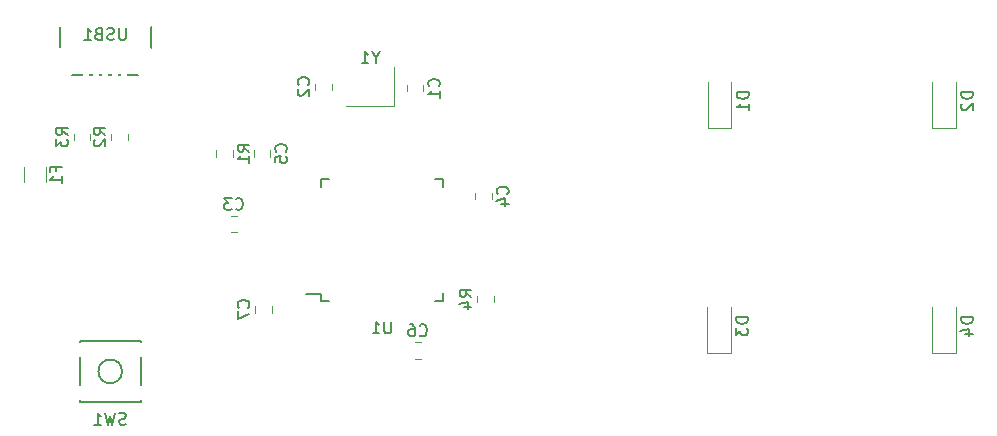
<source format=gbo>
G04 #@! TF.GenerationSoftware,KiCad,Pcbnew,(5.1.4)-1*
G04 #@! TF.CreationDate,2020-11-08T14:39:36-05:00*
G04 #@! TF.ProjectId,ai03-pcb-guide,61693033-2d70-4636-922d-67756964652e,rev?*
G04 #@! TF.SameCoordinates,Original*
G04 #@! TF.FileFunction,Legend,Bot*
G04 #@! TF.FilePolarity,Positive*
%FSLAX46Y46*%
G04 Gerber Fmt 4.6, Leading zero omitted, Abs format (unit mm)*
G04 Created by KiCad (PCBNEW (5.1.4)-1) date 2020-11-08 14:39:36*
%MOMM*%
%LPD*%
G04 APERTURE LIST*
%ADD10C,0.120000*%
%ADD11C,0.150000*%
%ADD12R,1.502000X1.302000*%
%ADD13O,1.802000X2.802000*%
%ADD14R,0.602000X2.352000*%
%ADD15R,0.652000X1.602000*%
%ADD16R,1.602000X0.652000*%
%ADD17R,1.902000X1.202000*%
%ADD18C,0.100000*%
%ADD19C,1.077000*%
%ADD20C,1.852000*%
%ADD21C,2.352000*%
%ADD22C,4.089800*%
%ADD23C,2.352000*%
%ADD24C,1.352000*%
%ADD25R,1.302000X1.002000*%
G04 APERTURE END LIST*
D10*
X115284000Y-124395500D02*
X111284000Y-124395500D01*
X115284000Y-121095500D02*
X115284000Y-124395500D01*
D11*
X87018500Y-116300250D02*
X87018500Y-121750250D01*
X94718500Y-116300250D02*
X94718500Y-121750250D01*
X87018500Y-121750250D02*
X94718500Y-121750250D01*
X109125000Y-140331250D02*
X107850000Y-140331250D01*
X119475000Y-140906250D02*
X118800000Y-140906250D01*
X119475000Y-130556250D02*
X118800000Y-130556250D01*
X109125000Y-130556250D02*
X109800000Y-130556250D01*
X109125000Y-140906250D02*
X109800000Y-140906250D01*
X109125000Y-130556250D02*
X109125000Y-131231250D01*
X119475000Y-130556250D02*
X119475000Y-131231250D01*
X119475000Y-140906250D02*
X119475000Y-140231250D01*
X109125000Y-140906250D02*
X109125000Y-140331250D01*
X93881250Y-144243750D02*
X88681250Y-144243750D01*
X88681250Y-144243750D02*
X88681250Y-149443750D01*
X88681250Y-149443750D02*
X93881250Y-149443750D01*
X93881250Y-149443750D02*
X93881250Y-144243750D01*
X92281250Y-146843750D02*
G75*
G03X92281250Y-146843750I-1000000J0D01*
G01*
D10*
X123773000Y-140457422D02*
X123773000Y-140974578D01*
X122353000Y-140457422D02*
X122353000Y-140974578D01*
X89610000Y-126741422D02*
X89610000Y-127258578D01*
X88190000Y-126741422D02*
X88190000Y-127258578D01*
X92785000Y-126741422D02*
X92785000Y-127258578D01*
X91365000Y-126741422D02*
X91365000Y-127258578D01*
X100255000Y-128655578D02*
X100255000Y-128138422D01*
X101675000Y-128655578D02*
X101675000Y-128138422D01*
X84021250Y-130777064D02*
X84021250Y-129572936D01*
X85841250Y-130777064D02*
X85841250Y-129572936D01*
X162861500Y-145252000D02*
X162861500Y-141352000D01*
X160861500Y-145252000D02*
X160861500Y-141352000D01*
X162861500Y-145252000D02*
X160861500Y-145252000D01*
X143811500Y-145252000D02*
X143811500Y-141352000D01*
X141811500Y-145252000D02*
X141811500Y-141352000D01*
X143811500Y-145252000D02*
X141811500Y-145252000D01*
X162861500Y-126202000D02*
X162861500Y-122302000D01*
X160861500Y-126202000D02*
X160861500Y-122302000D01*
X162861500Y-126202000D02*
X160861500Y-126202000D01*
X143875000Y-126202000D02*
X143875000Y-122302000D01*
X141875000Y-126202000D02*
X141875000Y-122302000D01*
X143875000Y-126202000D02*
X141875000Y-126202000D01*
X104977000Y-141346422D02*
X104977000Y-141863578D01*
X103557000Y-141346422D02*
X103557000Y-141863578D01*
X117574828Y-145775750D02*
X117057672Y-145775750D01*
X117574828Y-144355750D02*
X117057672Y-144355750D01*
X103430000Y-128655578D02*
X103430000Y-128138422D01*
X104850000Y-128655578D02*
X104850000Y-128138422D01*
X122194250Y-132243328D02*
X122194250Y-131726172D01*
X123614250Y-132243328D02*
X123614250Y-131726172D01*
X101985578Y-135076000D02*
X101468422Y-135076000D01*
X101985578Y-133656000D02*
X101468422Y-133656000D01*
X110057000Y-122486922D02*
X110057000Y-123004078D01*
X108637000Y-122486922D02*
X108637000Y-123004078D01*
X116384000Y-123131078D02*
X116384000Y-122613922D01*
X117804000Y-123131078D02*
X117804000Y-122613922D01*
D11*
X113760190Y-120271690D02*
X113760190Y-120747880D01*
X114093523Y-119747880D02*
X113760190Y-120271690D01*
X113426857Y-119747880D01*
X112569714Y-120747880D02*
X113141142Y-120747880D01*
X112855428Y-120747880D02*
X112855428Y-119747880D01*
X112950666Y-119890738D01*
X113045904Y-119985976D01*
X113141142Y-120033595D01*
X92606595Y-117784630D02*
X92606595Y-118594154D01*
X92558976Y-118689392D01*
X92511357Y-118737011D01*
X92416119Y-118784630D01*
X92225642Y-118784630D01*
X92130404Y-118737011D01*
X92082785Y-118689392D01*
X92035166Y-118594154D01*
X92035166Y-117784630D01*
X91606595Y-118737011D02*
X91463738Y-118784630D01*
X91225642Y-118784630D01*
X91130404Y-118737011D01*
X91082785Y-118689392D01*
X91035166Y-118594154D01*
X91035166Y-118498916D01*
X91082785Y-118403678D01*
X91130404Y-118356059D01*
X91225642Y-118308440D01*
X91416119Y-118260821D01*
X91511357Y-118213202D01*
X91558976Y-118165583D01*
X91606595Y-118070345D01*
X91606595Y-117975107D01*
X91558976Y-117879869D01*
X91511357Y-117832250D01*
X91416119Y-117784630D01*
X91178023Y-117784630D01*
X91035166Y-117832250D01*
X90273261Y-118260821D02*
X90130404Y-118308440D01*
X90082785Y-118356059D01*
X90035166Y-118451297D01*
X90035166Y-118594154D01*
X90082785Y-118689392D01*
X90130404Y-118737011D01*
X90225642Y-118784630D01*
X90606595Y-118784630D01*
X90606595Y-117784630D01*
X90273261Y-117784630D01*
X90178023Y-117832250D01*
X90130404Y-117879869D01*
X90082785Y-117975107D01*
X90082785Y-118070345D01*
X90130404Y-118165583D01*
X90178023Y-118213202D01*
X90273261Y-118260821D01*
X90606595Y-118260821D01*
X89082785Y-118784630D02*
X89654214Y-118784630D01*
X89368500Y-118784630D02*
X89368500Y-117784630D01*
X89463738Y-117927488D01*
X89558976Y-118022726D01*
X89654214Y-118070345D01*
X115061904Y-142633630D02*
X115061904Y-143443154D01*
X115014285Y-143538392D01*
X114966666Y-143586011D01*
X114871428Y-143633630D01*
X114680952Y-143633630D01*
X114585714Y-143586011D01*
X114538095Y-143538392D01*
X114490476Y-143443154D01*
X114490476Y-142633630D01*
X113490476Y-143633630D02*
X114061904Y-143633630D01*
X113776190Y-143633630D02*
X113776190Y-142633630D01*
X113871428Y-142776488D01*
X113966666Y-142871726D01*
X114061904Y-142919345D01*
X92614583Y-151312511D02*
X92471726Y-151360130D01*
X92233630Y-151360130D01*
X92138392Y-151312511D01*
X92090773Y-151264892D01*
X92043154Y-151169654D01*
X92043154Y-151074416D01*
X92090773Y-150979178D01*
X92138392Y-150931559D01*
X92233630Y-150883940D01*
X92424107Y-150836321D01*
X92519345Y-150788702D01*
X92566964Y-150741083D01*
X92614583Y-150645845D01*
X92614583Y-150550607D01*
X92566964Y-150455369D01*
X92519345Y-150407750D01*
X92424107Y-150360130D01*
X92186011Y-150360130D01*
X92043154Y-150407750D01*
X91709821Y-150360130D02*
X91471726Y-151360130D01*
X91281250Y-150645845D01*
X91090773Y-151360130D01*
X90852678Y-150360130D01*
X89947916Y-151360130D02*
X90519345Y-151360130D01*
X90233630Y-151360130D02*
X90233630Y-150360130D01*
X90328869Y-150502988D01*
X90424107Y-150598226D01*
X90519345Y-150645845D01*
X121865380Y-140549333D02*
X121389190Y-140216000D01*
X121865380Y-139977904D02*
X120865380Y-139977904D01*
X120865380Y-140358857D01*
X120913000Y-140454095D01*
X120960619Y-140501714D01*
X121055857Y-140549333D01*
X121198714Y-140549333D01*
X121293952Y-140501714D01*
X121341571Y-140454095D01*
X121389190Y-140358857D01*
X121389190Y-139977904D01*
X121198714Y-141406476D02*
X121865380Y-141406476D01*
X120817761Y-141168380D02*
X121532047Y-140930285D01*
X121532047Y-141549333D01*
X87702380Y-126833333D02*
X87226190Y-126500000D01*
X87702380Y-126261904D02*
X86702380Y-126261904D01*
X86702380Y-126642857D01*
X86750000Y-126738095D01*
X86797619Y-126785714D01*
X86892857Y-126833333D01*
X87035714Y-126833333D01*
X87130952Y-126785714D01*
X87178571Y-126738095D01*
X87226190Y-126642857D01*
X87226190Y-126261904D01*
X86702380Y-127166666D02*
X86702380Y-127785714D01*
X87083333Y-127452380D01*
X87083333Y-127595238D01*
X87130952Y-127690476D01*
X87178571Y-127738095D01*
X87273809Y-127785714D01*
X87511904Y-127785714D01*
X87607142Y-127738095D01*
X87654761Y-127690476D01*
X87702380Y-127595238D01*
X87702380Y-127309523D01*
X87654761Y-127214285D01*
X87607142Y-127166666D01*
X90877380Y-126833333D02*
X90401190Y-126500000D01*
X90877380Y-126261904D02*
X89877380Y-126261904D01*
X89877380Y-126642857D01*
X89925000Y-126738095D01*
X89972619Y-126785714D01*
X90067857Y-126833333D01*
X90210714Y-126833333D01*
X90305952Y-126785714D01*
X90353571Y-126738095D01*
X90401190Y-126642857D01*
X90401190Y-126261904D01*
X89972619Y-127214285D02*
X89925000Y-127261904D01*
X89877380Y-127357142D01*
X89877380Y-127595238D01*
X89925000Y-127690476D01*
X89972619Y-127738095D01*
X90067857Y-127785714D01*
X90163095Y-127785714D01*
X90305952Y-127738095D01*
X90877380Y-127166666D01*
X90877380Y-127785714D01*
X103067380Y-128230333D02*
X102591190Y-127897000D01*
X103067380Y-127658904D02*
X102067380Y-127658904D01*
X102067380Y-128039857D01*
X102115000Y-128135095D01*
X102162619Y-128182714D01*
X102257857Y-128230333D01*
X102400714Y-128230333D01*
X102495952Y-128182714D01*
X102543571Y-128135095D01*
X102591190Y-128039857D01*
X102591190Y-127658904D01*
X103067380Y-129182714D02*
X103067380Y-128611285D01*
X103067380Y-128897000D02*
X102067380Y-128897000D01*
X102210238Y-128801761D01*
X102305476Y-128706523D01*
X102353095Y-128611285D01*
X86679821Y-129841666D02*
X86679821Y-129508333D01*
X87203630Y-129508333D02*
X86203630Y-129508333D01*
X86203630Y-129984523D01*
X87203630Y-130889285D02*
X87203630Y-130317857D01*
X87203630Y-130603571D02*
X86203630Y-130603571D01*
X86346488Y-130508333D01*
X86441726Y-130413095D01*
X86489345Y-130317857D01*
X164313880Y-142263904D02*
X163313880Y-142263904D01*
X163313880Y-142502000D01*
X163361500Y-142644857D01*
X163456738Y-142740095D01*
X163551976Y-142787714D01*
X163742452Y-142835333D01*
X163885309Y-142835333D01*
X164075785Y-142787714D01*
X164171023Y-142740095D01*
X164266261Y-142644857D01*
X164313880Y-142502000D01*
X164313880Y-142263904D01*
X163647214Y-143692476D02*
X164313880Y-143692476D01*
X163266261Y-143454380D02*
X163980547Y-143216285D01*
X163980547Y-143835333D01*
X145263880Y-142263904D02*
X144263880Y-142263904D01*
X144263880Y-142502000D01*
X144311500Y-142644857D01*
X144406738Y-142740095D01*
X144501976Y-142787714D01*
X144692452Y-142835333D01*
X144835309Y-142835333D01*
X145025785Y-142787714D01*
X145121023Y-142740095D01*
X145216261Y-142644857D01*
X145263880Y-142502000D01*
X145263880Y-142263904D01*
X144263880Y-143168666D02*
X144263880Y-143787714D01*
X144644833Y-143454380D01*
X144644833Y-143597238D01*
X144692452Y-143692476D01*
X144740071Y-143740095D01*
X144835309Y-143787714D01*
X145073404Y-143787714D01*
X145168642Y-143740095D01*
X145216261Y-143692476D01*
X145263880Y-143597238D01*
X145263880Y-143311523D01*
X145216261Y-143216285D01*
X145168642Y-143168666D01*
X164313880Y-123213904D02*
X163313880Y-123213904D01*
X163313880Y-123452000D01*
X163361500Y-123594857D01*
X163456738Y-123690095D01*
X163551976Y-123737714D01*
X163742452Y-123785333D01*
X163885309Y-123785333D01*
X164075785Y-123737714D01*
X164171023Y-123690095D01*
X164266261Y-123594857D01*
X164313880Y-123452000D01*
X164313880Y-123213904D01*
X163409119Y-124166285D02*
X163361500Y-124213904D01*
X163313880Y-124309142D01*
X163313880Y-124547238D01*
X163361500Y-124642476D01*
X163409119Y-124690095D01*
X163504357Y-124737714D01*
X163599595Y-124737714D01*
X163742452Y-124690095D01*
X164313880Y-124118666D01*
X164313880Y-124737714D01*
X145327380Y-123213904D02*
X144327380Y-123213904D01*
X144327380Y-123452000D01*
X144375000Y-123594857D01*
X144470238Y-123690095D01*
X144565476Y-123737714D01*
X144755952Y-123785333D01*
X144898809Y-123785333D01*
X145089285Y-123737714D01*
X145184523Y-123690095D01*
X145279761Y-123594857D01*
X145327380Y-123452000D01*
X145327380Y-123213904D01*
X145327380Y-124737714D02*
X145327380Y-124166285D01*
X145327380Y-124452000D02*
X144327380Y-124452000D01*
X144470238Y-124356761D01*
X144565476Y-124261523D01*
X144613095Y-124166285D01*
X102974142Y-141438333D02*
X103021761Y-141390714D01*
X103069380Y-141247857D01*
X103069380Y-141152619D01*
X103021761Y-141009761D01*
X102926523Y-140914523D01*
X102831285Y-140866904D01*
X102640809Y-140819285D01*
X102497952Y-140819285D01*
X102307476Y-140866904D01*
X102212238Y-140914523D01*
X102117000Y-141009761D01*
X102069380Y-141152619D01*
X102069380Y-141247857D01*
X102117000Y-141390714D01*
X102164619Y-141438333D01*
X102069380Y-141771666D02*
X102069380Y-142438333D01*
X103069380Y-142009761D01*
X117482916Y-143772892D02*
X117530535Y-143820511D01*
X117673392Y-143868130D01*
X117768630Y-143868130D01*
X117911488Y-143820511D01*
X118006726Y-143725273D01*
X118054345Y-143630035D01*
X118101964Y-143439559D01*
X118101964Y-143296702D01*
X118054345Y-143106226D01*
X118006726Y-143010988D01*
X117911488Y-142915750D01*
X117768630Y-142868130D01*
X117673392Y-142868130D01*
X117530535Y-142915750D01*
X117482916Y-142963369D01*
X116625773Y-142868130D02*
X116816250Y-142868130D01*
X116911488Y-142915750D01*
X116959107Y-142963369D01*
X117054345Y-143106226D01*
X117101964Y-143296702D01*
X117101964Y-143677654D01*
X117054345Y-143772892D01*
X117006726Y-143820511D01*
X116911488Y-143868130D01*
X116721011Y-143868130D01*
X116625773Y-143820511D01*
X116578154Y-143772892D01*
X116530535Y-143677654D01*
X116530535Y-143439559D01*
X116578154Y-143344321D01*
X116625773Y-143296702D01*
X116721011Y-143249083D01*
X116911488Y-143249083D01*
X117006726Y-143296702D01*
X117054345Y-143344321D01*
X117101964Y-143439559D01*
X106147142Y-128230333D02*
X106194761Y-128182714D01*
X106242380Y-128039857D01*
X106242380Y-127944619D01*
X106194761Y-127801761D01*
X106099523Y-127706523D01*
X106004285Y-127658904D01*
X105813809Y-127611285D01*
X105670952Y-127611285D01*
X105480476Y-127658904D01*
X105385238Y-127706523D01*
X105290000Y-127801761D01*
X105242380Y-127944619D01*
X105242380Y-128039857D01*
X105290000Y-128182714D01*
X105337619Y-128230333D01*
X105242380Y-129135095D02*
X105242380Y-128658904D01*
X105718571Y-128611285D01*
X105670952Y-128658904D01*
X105623333Y-128754142D01*
X105623333Y-128992238D01*
X105670952Y-129087476D01*
X105718571Y-129135095D01*
X105813809Y-129182714D01*
X106051904Y-129182714D01*
X106147142Y-129135095D01*
X106194761Y-129087476D01*
X106242380Y-128992238D01*
X106242380Y-128754142D01*
X106194761Y-128658904D01*
X106147142Y-128611285D01*
X124911392Y-131818083D02*
X124959011Y-131770464D01*
X125006630Y-131627607D01*
X125006630Y-131532369D01*
X124959011Y-131389511D01*
X124863773Y-131294273D01*
X124768535Y-131246654D01*
X124578059Y-131199035D01*
X124435202Y-131199035D01*
X124244726Y-131246654D01*
X124149488Y-131294273D01*
X124054250Y-131389511D01*
X124006630Y-131532369D01*
X124006630Y-131627607D01*
X124054250Y-131770464D01*
X124101869Y-131818083D01*
X124339964Y-132675226D02*
X125006630Y-132675226D01*
X123959011Y-132437130D02*
X124673297Y-132199035D01*
X124673297Y-132818083D01*
X101893666Y-133073142D02*
X101941285Y-133120761D01*
X102084142Y-133168380D01*
X102179380Y-133168380D01*
X102322238Y-133120761D01*
X102417476Y-133025523D01*
X102465095Y-132930285D01*
X102512714Y-132739809D01*
X102512714Y-132596952D01*
X102465095Y-132406476D01*
X102417476Y-132311238D01*
X102322238Y-132216000D01*
X102179380Y-132168380D01*
X102084142Y-132168380D01*
X101941285Y-132216000D01*
X101893666Y-132263619D01*
X101560333Y-132168380D02*
X100941285Y-132168380D01*
X101274619Y-132549333D01*
X101131761Y-132549333D01*
X101036523Y-132596952D01*
X100988904Y-132644571D01*
X100941285Y-132739809D01*
X100941285Y-132977904D01*
X100988904Y-133073142D01*
X101036523Y-133120761D01*
X101131761Y-133168380D01*
X101417476Y-133168380D01*
X101512714Y-133120761D01*
X101560333Y-133073142D01*
X108054142Y-122578833D02*
X108101761Y-122531214D01*
X108149380Y-122388357D01*
X108149380Y-122293119D01*
X108101761Y-122150261D01*
X108006523Y-122055023D01*
X107911285Y-122007404D01*
X107720809Y-121959785D01*
X107577952Y-121959785D01*
X107387476Y-122007404D01*
X107292238Y-122055023D01*
X107197000Y-122150261D01*
X107149380Y-122293119D01*
X107149380Y-122388357D01*
X107197000Y-122531214D01*
X107244619Y-122578833D01*
X107244619Y-122959785D02*
X107197000Y-123007404D01*
X107149380Y-123102642D01*
X107149380Y-123340738D01*
X107197000Y-123435976D01*
X107244619Y-123483595D01*
X107339857Y-123531214D01*
X107435095Y-123531214D01*
X107577952Y-123483595D01*
X108149380Y-122912166D01*
X108149380Y-123531214D01*
X119101142Y-122705833D02*
X119148761Y-122658214D01*
X119196380Y-122515357D01*
X119196380Y-122420119D01*
X119148761Y-122277261D01*
X119053523Y-122182023D01*
X118958285Y-122134404D01*
X118767809Y-122086785D01*
X118624952Y-122086785D01*
X118434476Y-122134404D01*
X118339238Y-122182023D01*
X118244000Y-122277261D01*
X118196380Y-122420119D01*
X118196380Y-122515357D01*
X118244000Y-122658214D01*
X118291619Y-122705833D01*
X119196380Y-123658214D02*
X119196380Y-123086785D01*
X119196380Y-123372500D02*
X118196380Y-123372500D01*
X118339238Y-123277261D01*
X118434476Y-123182023D01*
X118482095Y-123086785D01*
%LPC*%
D12*
X114384000Y-121895500D03*
X112184000Y-121895500D03*
X112184000Y-123595500D03*
X114384000Y-123595500D03*
D13*
X87218500Y-116300250D03*
X94518500Y-116300250D03*
X94518500Y-120800250D03*
X87218500Y-120800250D03*
D14*
X89268500Y-120800250D03*
X90068500Y-120800250D03*
X90868500Y-120800250D03*
X91668500Y-120800250D03*
X92468500Y-120800250D03*
D15*
X110300000Y-141431250D03*
X111100000Y-141431250D03*
X111900000Y-141431250D03*
X112700000Y-141431250D03*
X113500000Y-141431250D03*
X114300000Y-141431250D03*
X115100000Y-141431250D03*
X115900000Y-141431250D03*
X116700000Y-141431250D03*
X117500000Y-141431250D03*
X118300000Y-141431250D03*
D16*
X120000000Y-139731250D03*
X120000000Y-138931250D03*
X120000000Y-138131250D03*
X120000000Y-137331250D03*
X120000000Y-136531250D03*
X120000000Y-135731250D03*
X120000000Y-134931250D03*
X120000000Y-134131250D03*
X120000000Y-133331250D03*
X120000000Y-132531250D03*
X120000000Y-131731250D03*
D15*
X118300000Y-130031250D03*
X117500000Y-130031250D03*
X116700000Y-130031250D03*
X115900000Y-130031250D03*
X115100000Y-130031250D03*
X114300000Y-130031250D03*
X113500000Y-130031250D03*
X112700000Y-130031250D03*
X111900000Y-130031250D03*
X111100000Y-130031250D03*
X110300000Y-130031250D03*
D16*
X108600000Y-131731250D03*
X108600000Y-132531250D03*
X108600000Y-133331250D03*
X108600000Y-134131250D03*
X108600000Y-134931250D03*
X108600000Y-135731250D03*
X108600000Y-136531250D03*
X108600000Y-137331250D03*
X108600000Y-138131250D03*
X108600000Y-138931250D03*
X108600000Y-139731250D03*
D17*
X94381250Y-148693750D03*
X88181250Y-144993750D03*
X94381250Y-144993750D03*
X88181250Y-148693750D03*
D18*
G36*
X123571141Y-141116297D02*
G01*
X123597278Y-141120174D01*
X123622909Y-141126594D01*
X123647788Y-141135495D01*
X123671674Y-141146793D01*
X123694337Y-141160377D01*
X123715560Y-141176117D01*
X123735139Y-141193861D01*
X123752883Y-141213440D01*
X123768623Y-141234663D01*
X123782207Y-141257326D01*
X123793505Y-141281212D01*
X123802406Y-141306091D01*
X123808826Y-141331722D01*
X123812703Y-141357859D01*
X123814000Y-141384250D01*
X123814000Y-141922750D01*
X123812703Y-141949141D01*
X123808826Y-141975278D01*
X123802406Y-142000909D01*
X123793505Y-142025788D01*
X123782207Y-142049674D01*
X123768623Y-142072337D01*
X123752883Y-142093560D01*
X123735139Y-142113139D01*
X123715560Y-142130883D01*
X123694337Y-142146623D01*
X123671674Y-142160207D01*
X123647788Y-142171505D01*
X123622909Y-142180406D01*
X123597278Y-142186826D01*
X123571141Y-142190703D01*
X123544750Y-142192000D01*
X122581250Y-142192000D01*
X122554859Y-142190703D01*
X122528722Y-142186826D01*
X122503091Y-142180406D01*
X122478212Y-142171505D01*
X122454326Y-142160207D01*
X122431663Y-142146623D01*
X122410440Y-142130883D01*
X122390861Y-142113139D01*
X122373117Y-142093560D01*
X122357377Y-142072337D01*
X122343793Y-142049674D01*
X122332495Y-142025788D01*
X122323594Y-142000909D01*
X122317174Y-141975278D01*
X122313297Y-141949141D01*
X122312000Y-141922750D01*
X122312000Y-141384250D01*
X122313297Y-141357859D01*
X122317174Y-141331722D01*
X122323594Y-141306091D01*
X122332495Y-141281212D01*
X122343793Y-141257326D01*
X122357377Y-141234663D01*
X122373117Y-141213440D01*
X122390861Y-141193861D01*
X122410440Y-141176117D01*
X122431663Y-141160377D01*
X122454326Y-141146793D01*
X122478212Y-141135495D01*
X122503091Y-141126594D01*
X122528722Y-141120174D01*
X122554859Y-141116297D01*
X122581250Y-141115000D01*
X123544750Y-141115000D01*
X123571141Y-141116297D01*
X123571141Y-141116297D01*
G37*
D19*
X123063000Y-141653500D03*
D18*
G36*
X123571141Y-139241297D02*
G01*
X123597278Y-139245174D01*
X123622909Y-139251594D01*
X123647788Y-139260495D01*
X123671674Y-139271793D01*
X123694337Y-139285377D01*
X123715560Y-139301117D01*
X123735139Y-139318861D01*
X123752883Y-139338440D01*
X123768623Y-139359663D01*
X123782207Y-139382326D01*
X123793505Y-139406212D01*
X123802406Y-139431091D01*
X123808826Y-139456722D01*
X123812703Y-139482859D01*
X123814000Y-139509250D01*
X123814000Y-140047750D01*
X123812703Y-140074141D01*
X123808826Y-140100278D01*
X123802406Y-140125909D01*
X123793505Y-140150788D01*
X123782207Y-140174674D01*
X123768623Y-140197337D01*
X123752883Y-140218560D01*
X123735139Y-140238139D01*
X123715560Y-140255883D01*
X123694337Y-140271623D01*
X123671674Y-140285207D01*
X123647788Y-140296505D01*
X123622909Y-140305406D01*
X123597278Y-140311826D01*
X123571141Y-140315703D01*
X123544750Y-140317000D01*
X122581250Y-140317000D01*
X122554859Y-140315703D01*
X122528722Y-140311826D01*
X122503091Y-140305406D01*
X122478212Y-140296505D01*
X122454326Y-140285207D01*
X122431663Y-140271623D01*
X122410440Y-140255883D01*
X122390861Y-140238139D01*
X122373117Y-140218560D01*
X122357377Y-140197337D01*
X122343793Y-140174674D01*
X122332495Y-140150788D01*
X122323594Y-140125909D01*
X122317174Y-140100278D01*
X122313297Y-140074141D01*
X122312000Y-140047750D01*
X122312000Y-139509250D01*
X122313297Y-139482859D01*
X122317174Y-139456722D01*
X122323594Y-139431091D01*
X122332495Y-139406212D01*
X122343793Y-139382326D01*
X122357377Y-139359663D01*
X122373117Y-139338440D01*
X122390861Y-139318861D01*
X122410440Y-139301117D01*
X122431663Y-139285377D01*
X122454326Y-139271793D01*
X122478212Y-139260495D01*
X122503091Y-139251594D01*
X122528722Y-139245174D01*
X122554859Y-139241297D01*
X122581250Y-139240000D01*
X123544750Y-139240000D01*
X123571141Y-139241297D01*
X123571141Y-139241297D01*
G37*
D19*
X123063000Y-139778500D03*
D18*
G36*
X89408141Y-127400297D02*
G01*
X89434278Y-127404174D01*
X89459909Y-127410594D01*
X89484788Y-127419495D01*
X89508674Y-127430793D01*
X89531337Y-127444377D01*
X89552560Y-127460117D01*
X89572139Y-127477861D01*
X89589883Y-127497440D01*
X89605623Y-127518663D01*
X89619207Y-127541326D01*
X89630505Y-127565212D01*
X89639406Y-127590091D01*
X89645826Y-127615722D01*
X89649703Y-127641859D01*
X89651000Y-127668250D01*
X89651000Y-128206750D01*
X89649703Y-128233141D01*
X89645826Y-128259278D01*
X89639406Y-128284909D01*
X89630505Y-128309788D01*
X89619207Y-128333674D01*
X89605623Y-128356337D01*
X89589883Y-128377560D01*
X89572139Y-128397139D01*
X89552560Y-128414883D01*
X89531337Y-128430623D01*
X89508674Y-128444207D01*
X89484788Y-128455505D01*
X89459909Y-128464406D01*
X89434278Y-128470826D01*
X89408141Y-128474703D01*
X89381750Y-128476000D01*
X88418250Y-128476000D01*
X88391859Y-128474703D01*
X88365722Y-128470826D01*
X88340091Y-128464406D01*
X88315212Y-128455505D01*
X88291326Y-128444207D01*
X88268663Y-128430623D01*
X88247440Y-128414883D01*
X88227861Y-128397139D01*
X88210117Y-128377560D01*
X88194377Y-128356337D01*
X88180793Y-128333674D01*
X88169495Y-128309788D01*
X88160594Y-128284909D01*
X88154174Y-128259278D01*
X88150297Y-128233141D01*
X88149000Y-128206750D01*
X88149000Y-127668250D01*
X88150297Y-127641859D01*
X88154174Y-127615722D01*
X88160594Y-127590091D01*
X88169495Y-127565212D01*
X88180793Y-127541326D01*
X88194377Y-127518663D01*
X88210117Y-127497440D01*
X88227861Y-127477861D01*
X88247440Y-127460117D01*
X88268663Y-127444377D01*
X88291326Y-127430793D01*
X88315212Y-127419495D01*
X88340091Y-127410594D01*
X88365722Y-127404174D01*
X88391859Y-127400297D01*
X88418250Y-127399000D01*
X89381750Y-127399000D01*
X89408141Y-127400297D01*
X89408141Y-127400297D01*
G37*
D19*
X88900000Y-127937500D03*
D18*
G36*
X89408141Y-125525297D02*
G01*
X89434278Y-125529174D01*
X89459909Y-125535594D01*
X89484788Y-125544495D01*
X89508674Y-125555793D01*
X89531337Y-125569377D01*
X89552560Y-125585117D01*
X89572139Y-125602861D01*
X89589883Y-125622440D01*
X89605623Y-125643663D01*
X89619207Y-125666326D01*
X89630505Y-125690212D01*
X89639406Y-125715091D01*
X89645826Y-125740722D01*
X89649703Y-125766859D01*
X89651000Y-125793250D01*
X89651000Y-126331750D01*
X89649703Y-126358141D01*
X89645826Y-126384278D01*
X89639406Y-126409909D01*
X89630505Y-126434788D01*
X89619207Y-126458674D01*
X89605623Y-126481337D01*
X89589883Y-126502560D01*
X89572139Y-126522139D01*
X89552560Y-126539883D01*
X89531337Y-126555623D01*
X89508674Y-126569207D01*
X89484788Y-126580505D01*
X89459909Y-126589406D01*
X89434278Y-126595826D01*
X89408141Y-126599703D01*
X89381750Y-126601000D01*
X88418250Y-126601000D01*
X88391859Y-126599703D01*
X88365722Y-126595826D01*
X88340091Y-126589406D01*
X88315212Y-126580505D01*
X88291326Y-126569207D01*
X88268663Y-126555623D01*
X88247440Y-126539883D01*
X88227861Y-126522139D01*
X88210117Y-126502560D01*
X88194377Y-126481337D01*
X88180793Y-126458674D01*
X88169495Y-126434788D01*
X88160594Y-126409909D01*
X88154174Y-126384278D01*
X88150297Y-126358141D01*
X88149000Y-126331750D01*
X88149000Y-125793250D01*
X88150297Y-125766859D01*
X88154174Y-125740722D01*
X88160594Y-125715091D01*
X88169495Y-125690212D01*
X88180793Y-125666326D01*
X88194377Y-125643663D01*
X88210117Y-125622440D01*
X88227861Y-125602861D01*
X88247440Y-125585117D01*
X88268663Y-125569377D01*
X88291326Y-125555793D01*
X88315212Y-125544495D01*
X88340091Y-125535594D01*
X88365722Y-125529174D01*
X88391859Y-125525297D01*
X88418250Y-125524000D01*
X89381750Y-125524000D01*
X89408141Y-125525297D01*
X89408141Y-125525297D01*
G37*
D19*
X88900000Y-126062500D03*
D18*
G36*
X92583141Y-127400297D02*
G01*
X92609278Y-127404174D01*
X92634909Y-127410594D01*
X92659788Y-127419495D01*
X92683674Y-127430793D01*
X92706337Y-127444377D01*
X92727560Y-127460117D01*
X92747139Y-127477861D01*
X92764883Y-127497440D01*
X92780623Y-127518663D01*
X92794207Y-127541326D01*
X92805505Y-127565212D01*
X92814406Y-127590091D01*
X92820826Y-127615722D01*
X92824703Y-127641859D01*
X92826000Y-127668250D01*
X92826000Y-128206750D01*
X92824703Y-128233141D01*
X92820826Y-128259278D01*
X92814406Y-128284909D01*
X92805505Y-128309788D01*
X92794207Y-128333674D01*
X92780623Y-128356337D01*
X92764883Y-128377560D01*
X92747139Y-128397139D01*
X92727560Y-128414883D01*
X92706337Y-128430623D01*
X92683674Y-128444207D01*
X92659788Y-128455505D01*
X92634909Y-128464406D01*
X92609278Y-128470826D01*
X92583141Y-128474703D01*
X92556750Y-128476000D01*
X91593250Y-128476000D01*
X91566859Y-128474703D01*
X91540722Y-128470826D01*
X91515091Y-128464406D01*
X91490212Y-128455505D01*
X91466326Y-128444207D01*
X91443663Y-128430623D01*
X91422440Y-128414883D01*
X91402861Y-128397139D01*
X91385117Y-128377560D01*
X91369377Y-128356337D01*
X91355793Y-128333674D01*
X91344495Y-128309788D01*
X91335594Y-128284909D01*
X91329174Y-128259278D01*
X91325297Y-128233141D01*
X91324000Y-128206750D01*
X91324000Y-127668250D01*
X91325297Y-127641859D01*
X91329174Y-127615722D01*
X91335594Y-127590091D01*
X91344495Y-127565212D01*
X91355793Y-127541326D01*
X91369377Y-127518663D01*
X91385117Y-127497440D01*
X91402861Y-127477861D01*
X91422440Y-127460117D01*
X91443663Y-127444377D01*
X91466326Y-127430793D01*
X91490212Y-127419495D01*
X91515091Y-127410594D01*
X91540722Y-127404174D01*
X91566859Y-127400297D01*
X91593250Y-127399000D01*
X92556750Y-127399000D01*
X92583141Y-127400297D01*
X92583141Y-127400297D01*
G37*
D19*
X92075000Y-127937500D03*
D18*
G36*
X92583141Y-125525297D02*
G01*
X92609278Y-125529174D01*
X92634909Y-125535594D01*
X92659788Y-125544495D01*
X92683674Y-125555793D01*
X92706337Y-125569377D01*
X92727560Y-125585117D01*
X92747139Y-125602861D01*
X92764883Y-125622440D01*
X92780623Y-125643663D01*
X92794207Y-125666326D01*
X92805505Y-125690212D01*
X92814406Y-125715091D01*
X92820826Y-125740722D01*
X92824703Y-125766859D01*
X92826000Y-125793250D01*
X92826000Y-126331750D01*
X92824703Y-126358141D01*
X92820826Y-126384278D01*
X92814406Y-126409909D01*
X92805505Y-126434788D01*
X92794207Y-126458674D01*
X92780623Y-126481337D01*
X92764883Y-126502560D01*
X92747139Y-126522139D01*
X92727560Y-126539883D01*
X92706337Y-126555623D01*
X92683674Y-126569207D01*
X92659788Y-126580505D01*
X92634909Y-126589406D01*
X92609278Y-126595826D01*
X92583141Y-126599703D01*
X92556750Y-126601000D01*
X91593250Y-126601000D01*
X91566859Y-126599703D01*
X91540722Y-126595826D01*
X91515091Y-126589406D01*
X91490212Y-126580505D01*
X91466326Y-126569207D01*
X91443663Y-126555623D01*
X91422440Y-126539883D01*
X91402861Y-126522139D01*
X91385117Y-126502560D01*
X91369377Y-126481337D01*
X91355793Y-126458674D01*
X91344495Y-126434788D01*
X91335594Y-126409909D01*
X91329174Y-126384278D01*
X91325297Y-126358141D01*
X91324000Y-126331750D01*
X91324000Y-125793250D01*
X91325297Y-125766859D01*
X91329174Y-125740722D01*
X91335594Y-125715091D01*
X91344495Y-125690212D01*
X91355793Y-125666326D01*
X91369377Y-125643663D01*
X91385117Y-125622440D01*
X91402861Y-125602861D01*
X91422440Y-125585117D01*
X91443663Y-125569377D01*
X91466326Y-125555793D01*
X91490212Y-125544495D01*
X91515091Y-125535594D01*
X91540722Y-125529174D01*
X91566859Y-125525297D01*
X91593250Y-125524000D01*
X92556750Y-125524000D01*
X92583141Y-125525297D01*
X92583141Y-125525297D01*
G37*
D19*
X92075000Y-126062500D03*
D18*
G36*
X101473141Y-126922297D02*
G01*
X101499278Y-126926174D01*
X101524909Y-126932594D01*
X101549788Y-126941495D01*
X101573674Y-126952793D01*
X101596337Y-126966377D01*
X101617560Y-126982117D01*
X101637139Y-126999861D01*
X101654883Y-127019440D01*
X101670623Y-127040663D01*
X101684207Y-127063326D01*
X101695505Y-127087212D01*
X101704406Y-127112091D01*
X101710826Y-127137722D01*
X101714703Y-127163859D01*
X101716000Y-127190250D01*
X101716000Y-127728750D01*
X101714703Y-127755141D01*
X101710826Y-127781278D01*
X101704406Y-127806909D01*
X101695505Y-127831788D01*
X101684207Y-127855674D01*
X101670623Y-127878337D01*
X101654883Y-127899560D01*
X101637139Y-127919139D01*
X101617560Y-127936883D01*
X101596337Y-127952623D01*
X101573674Y-127966207D01*
X101549788Y-127977505D01*
X101524909Y-127986406D01*
X101499278Y-127992826D01*
X101473141Y-127996703D01*
X101446750Y-127998000D01*
X100483250Y-127998000D01*
X100456859Y-127996703D01*
X100430722Y-127992826D01*
X100405091Y-127986406D01*
X100380212Y-127977505D01*
X100356326Y-127966207D01*
X100333663Y-127952623D01*
X100312440Y-127936883D01*
X100292861Y-127919139D01*
X100275117Y-127899560D01*
X100259377Y-127878337D01*
X100245793Y-127855674D01*
X100234495Y-127831788D01*
X100225594Y-127806909D01*
X100219174Y-127781278D01*
X100215297Y-127755141D01*
X100214000Y-127728750D01*
X100214000Y-127190250D01*
X100215297Y-127163859D01*
X100219174Y-127137722D01*
X100225594Y-127112091D01*
X100234495Y-127087212D01*
X100245793Y-127063326D01*
X100259377Y-127040663D01*
X100275117Y-127019440D01*
X100292861Y-126999861D01*
X100312440Y-126982117D01*
X100333663Y-126966377D01*
X100356326Y-126952793D01*
X100380212Y-126941495D01*
X100405091Y-126932594D01*
X100430722Y-126926174D01*
X100456859Y-126922297D01*
X100483250Y-126921000D01*
X101446750Y-126921000D01*
X101473141Y-126922297D01*
X101473141Y-126922297D01*
G37*
D19*
X100965000Y-127459500D03*
D18*
G36*
X101473141Y-128797297D02*
G01*
X101499278Y-128801174D01*
X101524909Y-128807594D01*
X101549788Y-128816495D01*
X101573674Y-128827793D01*
X101596337Y-128841377D01*
X101617560Y-128857117D01*
X101637139Y-128874861D01*
X101654883Y-128894440D01*
X101670623Y-128915663D01*
X101684207Y-128938326D01*
X101695505Y-128962212D01*
X101704406Y-128987091D01*
X101710826Y-129012722D01*
X101714703Y-129038859D01*
X101716000Y-129065250D01*
X101716000Y-129603750D01*
X101714703Y-129630141D01*
X101710826Y-129656278D01*
X101704406Y-129681909D01*
X101695505Y-129706788D01*
X101684207Y-129730674D01*
X101670623Y-129753337D01*
X101654883Y-129774560D01*
X101637139Y-129794139D01*
X101617560Y-129811883D01*
X101596337Y-129827623D01*
X101573674Y-129841207D01*
X101549788Y-129852505D01*
X101524909Y-129861406D01*
X101499278Y-129867826D01*
X101473141Y-129871703D01*
X101446750Y-129873000D01*
X100483250Y-129873000D01*
X100456859Y-129871703D01*
X100430722Y-129867826D01*
X100405091Y-129861406D01*
X100380212Y-129852505D01*
X100356326Y-129841207D01*
X100333663Y-129827623D01*
X100312440Y-129811883D01*
X100292861Y-129794139D01*
X100275117Y-129774560D01*
X100259377Y-129753337D01*
X100245793Y-129730674D01*
X100234495Y-129706788D01*
X100225594Y-129681909D01*
X100219174Y-129656278D01*
X100215297Y-129630141D01*
X100214000Y-129603750D01*
X100214000Y-129065250D01*
X100215297Y-129038859D01*
X100219174Y-129012722D01*
X100225594Y-128987091D01*
X100234495Y-128962212D01*
X100245793Y-128938326D01*
X100259377Y-128915663D01*
X100275117Y-128894440D01*
X100292861Y-128874861D01*
X100312440Y-128857117D01*
X100333663Y-128841377D01*
X100356326Y-128827793D01*
X100380212Y-128816495D01*
X100405091Y-128807594D01*
X100430722Y-128801174D01*
X100456859Y-128797297D01*
X100483250Y-128796000D01*
X101446750Y-128796000D01*
X101473141Y-128797297D01*
X101473141Y-128797297D01*
G37*
D19*
X100965000Y-129334500D03*
D20*
X159004000Y-143002000D03*
X148844000Y-143002000D03*
D21*
X151424000Y-139002000D03*
D22*
X153924000Y-143002000D03*
D21*
X150769001Y-139732000D03*
D23*
X150114000Y-140462000D02*
X151424002Y-139002000D01*
D21*
X156464000Y-137922000D03*
X156444000Y-138212000D03*
D23*
X156424000Y-138502000D02*
X156464000Y-137922000D01*
D20*
X139954000Y-143002000D03*
X129794000Y-143002000D03*
D21*
X132374000Y-139002000D03*
D22*
X134874000Y-143002000D03*
D21*
X131719001Y-139732000D03*
D23*
X131064000Y-140462000D02*
X132374002Y-139002000D01*
D21*
X137414000Y-137922000D03*
X137394000Y-138212000D03*
D23*
X137374000Y-138502000D02*
X137414000Y-137922000D01*
D20*
X159004000Y-123952000D03*
X148844000Y-123952000D03*
D21*
X151424000Y-119952000D03*
D22*
X153924000Y-123952000D03*
D21*
X150769001Y-120682000D03*
D23*
X150114000Y-121412000D02*
X151424002Y-119952000D01*
D21*
X156464000Y-118872000D03*
X156444000Y-119162000D03*
D23*
X156424000Y-119452000D02*
X156464000Y-118872000D01*
D20*
X139954000Y-123952000D03*
X129794000Y-123952000D03*
D21*
X132374000Y-119952000D03*
D22*
X134874000Y-123952000D03*
D21*
X131719001Y-120682000D03*
D23*
X131064000Y-121412000D02*
X132374002Y-119952000D01*
D21*
X137414000Y-118872000D03*
X137394000Y-119162000D03*
D23*
X137374000Y-119452000D02*
X137414000Y-118872000D01*
D18*
G36*
X85613354Y-128100302D02*
G01*
X85639602Y-128104196D01*
X85665343Y-128110643D01*
X85690328Y-128119583D01*
X85714316Y-128130928D01*
X85737076Y-128144571D01*
X85758390Y-128160378D01*
X85778052Y-128178198D01*
X85795872Y-128197860D01*
X85811679Y-128219174D01*
X85825322Y-128241934D01*
X85836667Y-128265922D01*
X85845607Y-128290907D01*
X85852054Y-128316648D01*
X85855948Y-128342896D01*
X85857250Y-128369400D01*
X85857250Y-129180600D01*
X85855948Y-129207104D01*
X85852054Y-129233352D01*
X85845607Y-129259093D01*
X85836667Y-129284078D01*
X85825322Y-129308066D01*
X85811679Y-129330826D01*
X85795872Y-129352140D01*
X85778052Y-129371802D01*
X85758390Y-129389622D01*
X85737076Y-129405429D01*
X85714316Y-129419072D01*
X85690328Y-129430417D01*
X85665343Y-129439357D01*
X85639602Y-129445804D01*
X85613354Y-129449698D01*
X85586850Y-129451000D01*
X84275650Y-129451000D01*
X84249146Y-129449698D01*
X84222898Y-129445804D01*
X84197157Y-129439357D01*
X84172172Y-129430417D01*
X84148184Y-129419072D01*
X84125424Y-129405429D01*
X84104110Y-129389622D01*
X84084448Y-129371802D01*
X84066628Y-129352140D01*
X84050821Y-129330826D01*
X84037178Y-129308066D01*
X84025833Y-129284078D01*
X84016893Y-129259093D01*
X84010446Y-129233352D01*
X84006552Y-129207104D01*
X84005250Y-129180600D01*
X84005250Y-128369400D01*
X84006552Y-128342896D01*
X84010446Y-128316648D01*
X84016893Y-128290907D01*
X84025833Y-128265922D01*
X84037178Y-128241934D01*
X84050821Y-128219174D01*
X84066628Y-128197860D01*
X84084448Y-128178198D01*
X84104110Y-128160378D01*
X84125424Y-128144571D01*
X84148184Y-128130928D01*
X84172172Y-128119583D01*
X84197157Y-128110643D01*
X84222898Y-128104196D01*
X84249146Y-128100302D01*
X84275650Y-128099000D01*
X85586850Y-128099000D01*
X85613354Y-128100302D01*
X85613354Y-128100302D01*
G37*
D24*
X84931250Y-128775000D03*
D18*
G36*
X85613354Y-130900302D02*
G01*
X85639602Y-130904196D01*
X85665343Y-130910643D01*
X85690328Y-130919583D01*
X85714316Y-130930928D01*
X85737076Y-130944571D01*
X85758390Y-130960378D01*
X85778052Y-130978198D01*
X85795872Y-130997860D01*
X85811679Y-131019174D01*
X85825322Y-131041934D01*
X85836667Y-131065922D01*
X85845607Y-131090907D01*
X85852054Y-131116648D01*
X85855948Y-131142896D01*
X85857250Y-131169400D01*
X85857250Y-131980600D01*
X85855948Y-132007104D01*
X85852054Y-132033352D01*
X85845607Y-132059093D01*
X85836667Y-132084078D01*
X85825322Y-132108066D01*
X85811679Y-132130826D01*
X85795872Y-132152140D01*
X85778052Y-132171802D01*
X85758390Y-132189622D01*
X85737076Y-132205429D01*
X85714316Y-132219072D01*
X85690328Y-132230417D01*
X85665343Y-132239357D01*
X85639602Y-132245804D01*
X85613354Y-132249698D01*
X85586850Y-132251000D01*
X84275650Y-132251000D01*
X84249146Y-132249698D01*
X84222898Y-132245804D01*
X84197157Y-132239357D01*
X84172172Y-132230417D01*
X84148184Y-132219072D01*
X84125424Y-132205429D01*
X84104110Y-132189622D01*
X84084448Y-132171802D01*
X84066628Y-132152140D01*
X84050821Y-132130826D01*
X84037178Y-132108066D01*
X84025833Y-132084078D01*
X84016893Y-132059093D01*
X84010446Y-132033352D01*
X84006552Y-132007104D01*
X84005250Y-131980600D01*
X84005250Y-131169400D01*
X84006552Y-131142896D01*
X84010446Y-131116648D01*
X84016893Y-131090907D01*
X84025833Y-131065922D01*
X84037178Y-131041934D01*
X84050821Y-131019174D01*
X84066628Y-130997860D01*
X84084448Y-130978198D01*
X84104110Y-130960378D01*
X84125424Y-130944571D01*
X84148184Y-130930928D01*
X84172172Y-130919583D01*
X84197157Y-130910643D01*
X84222898Y-130904196D01*
X84249146Y-130900302D01*
X84275650Y-130899000D01*
X85586850Y-130899000D01*
X85613354Y-130900302D01*
X85613354Y-130900302D01*
G37*
D24*
X84931250Y-131575000D03*
D25*
X161861500Y-141352000D03*
X161861500Y-144652000D03*
X142811500Y-141352000D03*
X142811500Y-144652000D03*
X161861500Y-122302000D03*
X161861500Y-125602000D03*
X142875000Y-122302000D03*
X142875000Y-125602000D03*
D18*
G36*
X104775141Y-142005297D02*
G01*
X104801278Y-142009174D01*
X104826909Y-142015594D01*
X104851788Y-142024495D01*
X104875674Y-142035793D01*
X104898337Y-142049377D01*
X104919560Y-142065117D01*
X104939139Y-142082861D01*
X104956883Y-142102440D01*
X104972623Y-142123663D01*
X104986207Y-142146326D01*
X104997505Y-142170212D01*
X105006406Y-142195091D01*
X105012826Y-142220722D01*
X105016703Y-142246859D01*
X105018000Y-142273250D01*
X105018000Y-142811750D01*
X105016703Y-142838141D01*
X105012826Y-142864278D01*
X105006406Y-142889909D01*
X104997505Y-142914788D01*
X104986207Y-142938674D01*
X104972623Y-142961337D01*
X104956883Y-142982560D01*
X104939139Y-143002139D01*
X104919560Y-143019883D01*
X104898337Y-143035623D01*
X104875674Y-143049207D01*
X104851788Y-143060505D01*
X104826909Y-143069406D01*
X104801278Y-143075826D01*
X104775141Y-143079703D01*
X104748750Y-143081000D01*
X103785250Y-143081000D01*
X103758859Y-143079703D01*
X103732722Y-143075826D01*
X103707091Y-143069406D01*
X103682212Y-143060505D01*
X103658326Y-143049207D01*
X103635663Y-143035623D01*
X103614440Y-143019883D01*
X103594861Y-143002139D01*
X103577117Y-142982560D01*
X103561377Y-142961337D01*
X103547793Y-142938674D01*
X103536495Y-142914788D01*
X103527594Y-142889909D01*
X103521174Y-142864278D01*
X103517297Y-142838141D01*
X103516000Y-142811750D01*
X103516000Y-142273250D01*
X103517297Y-142246859D01*
X103521174Y-142220722D01*
X103527594Y-142195091D01*
X103536495Y-142170212D01*
X103547793Y-142146326D01*
X103561377Y-142123663D01*
X103577117Y-142102440D01*
X103594861Y-142082861D01*
X103614440Y-142065117D01*
X103635663Y-142049377D01*
X103658326Y-142035793D01*
X103682212Y-142024495D01*
X103707091Y-142015594D01*
X103732722Y-142009174D01*
X103758859Y-142005297D01*
X103785250Y-142004000D01*
X104748750Y-142004000D01*
X104775141Y-142005297D01*
X104775141Y-142005297D01*
G37*
D19*
X104267000Y-142542500D03*
D18*
G36*
X104775141Y-140130297D02*
G01*
X104801278Y-140134174D01*
X104826909Y-140140594D01*
X104851788Y-140149495D01*
X104875674Y-140160793D01*
X104898337Y-140174377D01*
X104919560Y-140190117D01*
X104939139Y-140207861D01*
X104956883Y-140227440D01*
X104972623Y-140248663D01*
X104986207Y-140271326D01*
X104997505Y-140295212D01*
X105006406Y-140320091D01*
X105012826Y-140345722D01*
X105016703Y-140371859D01*
X105018000Y-140398250D01*
X105018000Y-140936750D01*
X105016703Y-140963141D01*
X105012826Y-140989278D01*
X105006406Y-141014909D01*
X104997505Y-141039788D01*
X104986207Y-141063674D01*
X104972623Y-141086337D01*
X104956883Y-141107560D01*
X104939139Y-141127139D01*
X104919560Y-141144883D01*
X104898337Y-141160623D01*
X104875674Y-141174207D01*
X104851788Y-141185505D01*
X104826909Y-141194406D01*
X104801278Y-141200826D01*
X104775141Y-141204703D01*
X104748750Y-141206000D01*
X103785250Y-141206000D01*
X103758859Y-141204703D01*
X103732722Y-141200826D01*
X103707091Y-141194406D01*
X103682212Y-141185505D01*
X103658326Y-141174207D01*
X103635663Y-141160623D01*
X103614440Y-141144883D01*
X103594861Y-141127139D01*
X103577117Y-141107560D01*
X103561377Y-141086337D01*
X103547793Y-141063674D01*
X103536495Y-141039788D01*
X103527594Y-141014909D01*
X103521174Y-140989278D01*
X103517297Y-140963141D01*
X103516000Y-140936750D01*
X103516000Y-140398250D01*
X103517297Y-140371859D01*
X103521174Y-140345722D01*
X103527594Y-140320091D01*
X103536495Y-140295212D01*
X103547793Y-140271326D01*
X103561377Y-140248663D01*
X103577117Y-140227440D01*
X103594861Y-140207861D01*
X103614440Y-140190117D01*
X103635663Y-140174377D01*
X103658326Y-140160793D01*
X103682212Y-140149495D01*
X103707091Y-140140594D01*
X103732722Y-140134174D01*
X103758859Y-140130297D01*
X103785250Y-140129000D01*
X104748750Y-140129000D01*
X104775141Y-140130297D01*
X104775141Y-140130297D01*
G37*
D19*
X104267000Y-140667500D03*
D18*
G36*
X116674391Y-144316047D02*
G01*
X116700528Y-144319924D01*
X116726159Y-144326344D01*
X116751038Y-144335245D01*
X116774924Y-144346543D01*
X116797587Y-144360127D01*
X116818810Y-144375867D01*
X116838389Y-144393611D01*
X116856133Y-144413190D01*
X116871873Y-144434413D01*
X116885457Y-144457076D01*
X116896755Y-144480962D01*
X116905656Y-144505841D01*
X116912076Y-144531472D01*
X116915953Y-144557609D01*
X116917250Y-144584000D01*
X116917250Y-145547500D01*
X116915953Y-145573891D01*
X116912076Y-145600028D01*
X116905656Y-145625659D01*
X116896755Y-145650538D01*
X116885457Y-145674424D01*
X116871873Y-145697087D01*
X116856133Y-145718310D01*
X116838389Y-145737889D01*
X116818810Y-145755633D01*
X116797587Y-145771373D01*
X116774924Y-145784957D01*
X116751038Y-145796255D01*
X116726159Y-145805156D01*
X116700528Y-145811576D01*
X116674391Y-145815453D01*
X116648000Y-145816750D01*
X116109500Y-145816750D01*
X116083109Y-145815453D01*
X116056972Y-145811576D01*
X116031341Y-145805156D01*
X116006462Y-145796255D01*
X115982576Y-145784957D01*
X115959913Y-145771373D01*
X115938690Y-145755633D01*
X115919111Y-145737889D01*
X115901367Y-145718310D01*
X115885627Y-145697087D01*
X115872043Y-145674424D01*
X115860745Y-145650538D01*
X115851844Y-145625659D01*
X115845424Y-145600028D01*
X115841547Y-145573891D01*
X115840250Y-145547500D01*
X115840250Y-144584000D01*
X115841547Y-144557609D01*
X115845424Y-144531472D01*
X115851844Y-144505841D01*
X115860745Y-144480962D01*
X115872043Y-144457076D01*
X115885627Y-144434413D01*
X115901367Y-144413190D01*
X115919111Y-144393611D01*
X115938690Y-144375867D01*
X115959913Y-144360127D01*
X115982576Y-144346543D01*
X116006462Y-144335245D01*
X116031341Y-144326344D01*
X116056972Y-144319924D01*
X116083109Y-144316047D01*
X116109500Y-144314750D01*
X116648000Y-144314750D01*
X116674391Y-144316047D01*
X116674391Y-144316047D01*
G37*
D19*
X116378750Y-145065750D03*
D18*
G36*
X118549391Y-144316047D02*
G01*
X118575528Y-144319924D01*
X118601159Y-144326344D01*
X118626038Y-144335245D01*
X118649924Y-144346543D01*
X118672587Y-144360127D01*
X118693810Y-144375867D01*
X118713389Y-144393611D01*
X118731133Y-144413190D01*
X118746873Y-144434413D01*
X118760457Y-144457076D01*
X118771755Y-144480962D01*
X118780656Y-144505841D01*
X118787076Y-144531472D01*
X118790953Y-144557609D01*
X118792250Y-144584000D01*
X118792250Y-145547500D01*
X118790953Y-145573891D01*
X118787076Y-145600028D01*
X118780656Y-145625659D01*
X118771755Y-145650538D01*
X118760457Y-145674424D01*
X118746873Y-145697087D01*
X118731133Y-145718310D01*
X118713389Y-145737889D01*
X118693810Y-145755633D01*
X118672587Y-145771373D01*
X118649924Y-145784957D01*
X118626038Y-145796255D01*
X118601159Y-145805156D01*
X118575528Y-145811576D01*
X118549391Y-145815453D01*
X118523000Y-145816750D01*
X117984500Y-145816750D01*
X117958109Y-145815453D01*
X117931972Y-145811576D01*
X117906341Y-145805156D01*
X117881462Y-145796255D01*
X117857576Y-145784957D01*
X117834913Y-145771373D01*
X117813690Y-145755633D01*
X117794111Y-145737889D01*
X117776367Y-145718310D01*
X117760627Y-145697087D01*
X117747043Y-145674424D01*
X117735745Y-145650538D01*
X117726844Y-145625659D01*
X117720424Y-145600028D01*
X117716547Y-145573891D01*
X117715250Y-145547500D01*
X117715250Y-144584000D01*
X117716547Y-144557609D01*
X117720424Y-144531472D01*
X117726844Y-144505841D01*
X117735745Y-144480962D01*
X117747043Y-144457076D01*
X117760627Y-144434413D01*
X117776367Y-144413190D01*
X117794111Y-144393611D01*
X117813690Y-144375867D01*
X117834913Y-144360127D01*
X117857576Y-144346543D01*
X117881462Y-144335245D01*
X117906341Y-144326344D01*
X117931972Y-144319924D01*
X117958109Y-144316047D01*
X117984500Y-144314750D01*
X118523000Y-144314750D01*
X118549391Y-144316047D01*
X118549391Y-144316047D01*
G37*
D19*
X118253750Y-145065750D03*
D18*
G36*
X104648141Y-126922297D02*
G01*
X104674278Y-126926174D01*
X104699909Y-126932594D01*
X104724788Y-126941495D01*
X104748674Y-126952793D01*
X104771337Y-126966377D01*
X104792560Y-126982117D01*
X104812139Y-126999861D01*
X104829883Y-127019440D01*
X104845623Y-127040663D01*
X104859207Y-127063326D01*
X104870505Y-127087212D01*
X104879406Y-127112091D01*
X104885826Y-127137722D01*
X104889703Y-127163859D01*
X104891000Y-127190250D01*
X104891000Y-127728750D01*
X104889703Y-127755141D01*
X104885826Y-127781278D01*
X104879406Y-127806909D01*
X104870505Y-127831788D01*
X104859207Y-127855674D01*
X104845623Y-127878337D01*
X104829883Y-127899560D01*
X104812139Y-127919139D01*
X104792560Y-127936883D01*
X104771337Y-127952623D01*
X104748674Y-127966207D01*
X104724788Y-127977505D01*
X104699909Y-127986406D01*
X104674278Y-127992826D01*
X104648141Y-127996703D01*
X104621750Y-127998000D01*
X103658250Y-127998000D01*
X103631859Y-127996703D01*
X103605722Y-127992826D01*
X103580091Y-127986406D01*
X103555212Y-127977505D01*
X103531326Y-127966207D01*
X103508663Y-127952623D01*
X103487440Y-127936883D01*
X103467861Y-127919139D01*
X103450117Y-127899560D01*
X103434377Y-127878337D01*
X103420793Y-127855674D01*
X103409495Y-127831788D01*
X103400594Y-127806909D01*
X103394174Y-127781278D01*
X103390297Y-127755141D01*
X103389000Y-127728750D01*
X103389000Y-127190250D01*
X103390297Y-127163859D01*
X103394174Y-127137722D01*
X103400594Y-127112091D01*
X103409495Y-127087212D01*
X103420793Y-127063326D01*
X103434377Y-127040663D01*
X103450117Y-127019440D01*
X103467861Y-126999861D01*
X103487440Y-126982117D01*
X103508663Y-126966377D01*
X103531326Y-126952793D01*
X103555212Y-126941495D01*
X103580091Y-126932594D01*
X103605722Y-126926174D01*
X103631859Y-126922297D01*
X103658250Y-126921000D01*
X104621750Y-126921000D01*
X104648141Y-126922297D01*
X104648141Y-126922297D01*
G37*
D19*
X104140000Y-127459500D03*
D18*
G36*
X104648141Y-128797297D02*
G01*
X104674278Y-128801174D01*
X104699909Y-128807594D01*
X104724788Y-128816495D01*
X104748674Y-128827793D01*
X104771337Y-128841377D01*
X104792560Y-128857117D01*
X104812139Y-128874861D01*
X104829883Y-128894440D01*
X104845623Y-128915663D01*
X104859207Y-128938326D01*
X104870505Y-128962212D01*
X104879406Y-128987091D01*
X104885826Y-129012722D01*
X104889703Y-129038859D01*
X104891000Y-129065250D01*
X104891000Y-129603750D01*
X104889703Y-129630141D01*
X104885826Y-129656278D01*
X104879406Y-129681909D01*
X104870505Y-129706788D01*
X104859207Y-129730674D01*
X104845623Y-129753337D01*
X104829883Y-129774560D01*
X104812139Y-129794139D01*
X104792560Y-129811883D01*
X104771337Y-129827623D01*
X104748674Y-129841207D01*
X104724788Y-129852505D01*
X104699909Y-129861406D01*
X104674278Y-129867826D01*
X104648141Y-129871703D01*
X104621750Y-129873000D01*
X103658250Y-129873000D01*
X103631859Y-129871703D01*
X103605722Y-129867826D01*
X103580091Y-129861406D01*
X103555212Y-129852505D01*
X103531326Y-129841207D01*
X103508663Y-129827623D01*
X103487440Y-129811883D01*
X103467861Y-129794139D01*
X103450117Y-129774560D01*
X103434377Y-129753337D01*
X103420793Y-129730674D01*
X103409495Y-129706788D01*
X103400594Y-129681909D01*
X103394174Y-129656278D01*
X103390297Y-129630141D01*
X103389000Y-129603750D01*
X103389000Y-129065250D01*
X103390297Y-129038859D01*
X103394174Y-129012722D01*
X103400594Y-128987091D01*
X103409495Y-128962212D01*
X103420793Y-128938326D01*
X103434377Y-128915663D01*
X103450117Y-128894440D01*
X103467861Y-128874861D01*
X103487440Y-128857117D01*
X103508663Y-128841377D01*
X103531326Y-128827793D01*
X103555212Y-128816495D01*
X103580091Y-128807594D01*
X103605722Y-128801174D01*
X103631859Y-128797297D01*
X103658250Y-128796000D01*
X104621750Y-128796000D01*
X104648141Y-128797297D01*
X104648141Y-128797297D01*
G37*
D19*
X104140000Y-129334500D03*
D18*
G36*
X123412391Y-130510047D02*
G01*
X123438528Y-130513924D01*
X123464159Y-130520344D01*
X123489038Y-130529245D01*
X123512924Y-130540543D01*
X123535587Y-130554127D01*
X123556810Y-130569867D01*
X123576389Y-130587611D01*
X123594133Y-130607190D01*
X123609873Y-130628413D01*
X123623457Y-130651076D01*
X123634755Y-130674962D01*
X123643656Y-130699841D01*
X123650076Y-130725472D01*
X123653953Y-130751609D01*
X123655250Y-130778000D01*
X123655250Y-131316500D01*
X123653953Y-131342891D01*
X123650076Y-131369028D01*
X123643656Y-131394659D01*
X123634755Y-131419538D01*
X123623457Y-131443424D01*
X123609873Y-131466087D01*
X123594133Y-131487310D01*
X123576389Y-131506889D01*
X123556810Y-131524633D01*
X123535587Y-131540373D01*
X123512924Y-131553957D01*
X123489038Y-131565255D01*
X123464159Y-131574156D01*
X123438528Y-131580576D01*
X123412391Y-131584453D01*
X123386000Y-131585750D01*
X122422500Y-131585750D01*
X122396109Y-131584453D01*
X122369972Y-131580576D01*
X122344341Y-131574156D01*
X122319462Y-131565255D01*
X122295576Y-131553957D01*
X122272913Y-131540373D01*
X122251690Y-131524633D01*
X122232111Y-131506889D01*
X122214367Y-131487310D01*
X122198627Y-131466087D01*
X122185043Y-131443424D01*
X122173745Y-131419538D01*
X122164844Y-131394659D01*
X122158424Y-131369028D01*
X122154547Y-131342891D01*
X122153250Y-131316500D01*
X122153250Y-130778000D01*
X122154547Y-130751609D01*
X122158424Y-130725472D01*
X122164844Y-130699841D01*
X122173745Y-130674962D01*
X122185043Y-130651076D01*
X122198627Y-130628413D01*
X122214367Y-130607190D01*
X122232111Y-130587611D01*
X122251690Y-130569867D01*
X122272913Y-130554127D01*
X122295576Y-130540543D01*
X122319462Y-130529245D01*
X122344341Y-130520344D01*
X122369972Y-130513924D01*
X122396109Y-130510047D01*
X122422500Y-130508750D01*
X123386000Y-130508750D01*
X123412391Y-130510047D01*
X123412391Y-130510047D01*
G37*
D19*
X122904250Y-131047250D03*
D18*
G36*
X123412391Y-132385047D02*
G01*
X123438528Y-132388924D01*
X123464159Y-132395344D01*
X123489038Y-132404245D01*
X123512924Y-132415543D01*
X123535587Y-132429127D01*
X123556810Y-132444867D01*
X123576389Y-132462611D01*
X123594133Y-132482190D01*
X123609873Y-132503413D01*
X123623457Y-132526076D01*
X123634755Y-132549962D01*
X123643656Y-132574841D01*
X123650076Y-132600472D01*
X123653953Y-132626609D01*
X123655250Y-132653000D01*
X123655250Y-133191500D01*
X123653953Y-133217891D01*
X123650076Y-133244028D01*
X123643656Y-133269659D01*
X123634755Y-133294538D01*
X123623457Y-133318424D01*
X123609873Y-133341087D01*
X123594133Y-133362310D01*
X123576389Y-133381889D01*
X123556810Y-133399633D01*
X123535587Y-133415373D01*
X123512924Y-133428957D01*
X123489038Y-133440255D01*
X123464159Y-133449156D01*
X123438528Y-133455576D01*
X123412391Y-133459453D01*
X123386000Y-133460750D01*
X122422500Y-133460750D01*
X122396109Y-133459453D01*
X122369972Y-133455576D01*
X122344341Y-133449156D01*
X122319462Y-133440255D01*
X122295576Y-133428957D01*
X122272913Y-133415373D01*
X122251690Y-133399633D01*
X122232111Y-133381889D01*
X122214367Y-133362310D01*
X122198627Y-133341087D01*
X122185043Y-133318424D01*
X122173745Y-133294538D01*
X122164844Y-133269659D01*
X122158424Y-133244028D01*
X122154547Y-133217891D01*
X122153250Y-133191500D01*
X122153250Y-132653000D01*
X122154547Y-132626609D01*
X122158424Y-132600472D01*
X122164844Y-132574841D01*
X122173745Y-132549962D01*
X122185043Y-132526076D01*
X122198627Y-132503413D01*
X122214367Y-132482190D01*
X122232111Y-132462611D01*
X122251690Y-132444867D01*
X122272913Y-132429127D01*
X122295576Y-132415543D01*
X122319462Y-132404245D01*
X122344341Y-132395344D01*
X122369972Y-132388924D01*
X122396109Y-132385047D01*
X122422500Y-132383750D01*
X123386000Y-132383750D01*
X123412391Y-132385047D01*
X123412391Y-132385047D01*
G37*
D19*
X122904250Y-132922250D03*
D18*
G36*
X101085141Y-133616297D02*
G01*
X101111278Y-133620174D01*
X101136909Y-133626594D01*
X101161788Y-133635495D01*
X101185674Y-133646793D01*
X101208337Y-133660377D01*
X101229560Y-133676117D01*
X101249139Y-133693861D01*
X101266883Y-133713440D01*
X101282623Y-133734663D01*
X101296207Y-133757326D01*
X101307505Y-133781212D01*
X101316406Y-133806091D01*
X101322826Y-133831722D01*
X101326703Y-133857859D01*
X101328000Y-133884250D01*
X101328000Y-134847750D01*
X101326703Y-134874141D01*
X101322826Y-134900278D01*
X101316406Y-134925909D01*
X101307505Y-134950788D01*
X101296207Y-134974674D01*
X101282623Y-134997337D01*
X101266883Y-135018560D01*
X101249139Y-135038139D01*
X101229560Y-135055883D01*
X101208337Y-135071623D01*
X101185674Y-135085207D01*
X101161788Y-135096505D01*
X101136909Y-135105406D01*
X101111278Y-135111826D01*
X101085141Y-135115703D01*
X101058750Y-135117000D01*
X100520250Y-135117000D01*
X100493859Y-135115703D01*
X100467722Y-135111826D01*
X100442091Y-135105406D01*
X100417212Y-135096505D01*
X100393326Y-135085207D01*
X100370663Y-135071623D01*
X100349440Y-135055883D01*
X100329861Y-135038139D01*
X100312117Y-135018560D01*
X100296377Y-134997337D01*
X100282793Y-134974674D01*
X100271495Y-134950788D01*
X100262594Y-134925909D01*
X100256174Y-134900278D01*
X100252297Y-134874141D01*
X100251000Y-134847750D01*
X100251000Y-133884250D01*
X100252297Y-133857859D01*
X100256174Y-133831722D01*
X100262594Y-133806091D01*
X100271495Y-133781212D01*
X100282793Y-133757326D01*
X100296377Y-133734663D01*
X100312117Y-133713440D01*
X100329861Y-133693861D01*
X100349440Y-133676117D01*
X100370663Y-133660377D01*
X100393326Y-133646793D01*
X100417212Y-133635495D01*
X100442091Y-133626594D01*
X100467722Y-133620174D01*
X100493859Y-133616297D01*
X100520250Y-133615000D01*
X101058750Y-133615000D01*
X101085141Y-133616297D01*
X101085141Y-133616297D01*
G37*
D19*
X100789500Y-134366000D03*
D18*
G36*
X102960141Y-133616297D02*
G01*
X102986278Y-133620174D01*
X103011909Y-133626594D01*
X103036788Y-133635495D01*
X103060674Y-133646793D01*
X103083337Y-133660377D01*
X103104560Y-133676117D01*
X103124139Y-133693861D01*
X103141883Y-133713440D01*
X103157623Y-133734663D01*
X103171207Y-133757326D01*
X103182505Y-133781212D01*
X103191406Y-133806091D01*
X103197826Y-133831722D01*
X103201703Y-133857859D01*
X103203000Y-133884250D01*
X103203000Y-134847750D01*
X103201703Y-134874141D01*
X103197826Y-134900278D01*
X103191406Y-134925909D01*
X103182505Y-134950788D01*
X103171207Y-134974674D01*
X103157623Y-134997337D01*
X103141883Y-135018560D01*
X103124139Y-135038139D01*
X103104560Y-135055883D01*
X103083337Y-135071623D01*
X103060674Y-135085207D01*
X103036788Y-135096505D01*
X103011909Y-135105406D01*
X102986278Y-135111826D01*
X102960141Y-135115703D01*
X102933750Y-135117000D01*
X102395250Y-135117000D01*
X102368859Y-135115703D01*
X102342722Y-135111826D01*
X102317091Y-135105406D01*
X102292212Y-135096505D01*
X102268326Y-135085207D01*
X102245663Y-135071623D01*
X102224440Y-135055883D01*
X102204861Y-135038139D01*
X102187117Y-135018560D01*
X102171377Y-134997337D01*
X102157793Y-134974674D01*
X102146495Y-134950788D01*
X102137594Y-134925909D01*
X102131174Y-134900278D01*
X102127297Y-134874141D01*
X102126000Y-134847750D01*
X102126000Y-133884250D01*
X102127297Y-133857859D01*
X102131174Y-133831722D01*
X102137594Y-133806091D01*
X102146495Y-133781212D01*
X102157793Y-133757326D01*
X102171377Y-133734663D01*
X102187117Y-133713440D01*
X102204861Y-133693861D01*
X102224440Y-133676117D01*
X102245663Y-133660377D01*
X102268326Y-133646793D01*
X102292212Y-133635495D01*
X102317091Y-133626594D01*
X102342722Y-133620174D01*
X102368859Y-133616297D01*
X102395250Y-133615000D01*
X102933750Y-133615000D01*
X102960141Y-133616297D01*
X102960141Y-133616297D01*
G37*
D19*
X102664500Y-134366000D03*
D18*
G36*
X109855141Y-123145797D02*
G01*
X109881278Y-123149674D01*
X109906909Y-123156094D01*
X109931788Y-123164995D01*
X109955674Y-123176293D01*
X109978337Y-123189877D01*
X109999560Y-123205617D01*
X110019139Y-123223361D01*
X110036883Y-123242940D01*
X110052623Y-123264163D01*
X110066207Y-123286826D01*
X110077505Y-123310712D01*
X110086406Y-123335591D01*
X110092826Y-123361222D01*
X110096703Y-123387359D01*
X110098000Y-123413750D01*
X110098000Y-123952250D01*
X110096703Y-123978641D01*
X110092826Y-124004778D01*
X110086406Y-124030409D01*
X110077505Y-124055288D01*
X110066207Y-124079174D01*
X110052623Y-124101837D01*
X110036883Y-124123060D01*
X110019139Y-124142639D01*
X109999560Y-124160383D01*
X109978337Y-124176123D01*
X109955674Y-124189707D01*
X109931788Y-124201005D01*
X109906909Y-124209906D01*
X109881278Y-124216326D01*
X109855141Y-124220203D01*
X109828750Y-124221500D01*
X108865250Y-124221500D01*
X108838859Y-124220203D01*
X108812722Y-124216326D01*
X108787091Y-124209906D01*
X108762212Y-124201005D01*
X108738326Y-124189707D01*
X108715663Y-124176123D01*
X108694440Y-124160383D01*
X108674861Y-124142639D01*
X108657117Y-124123060D01*
X108641377Y-124101837D01*
X108627793Y-124079174D01*
X108616495Y-124055288D01*
X108607594Y-124030409D01*
X108601174Y-124004778D01*
X108597297Y-123978641D01*
X108596000Y-123952250D01*
X108596000Y-123413750D01*
X108597297Y-123387359D01*
X108601174Y-123361222D01*
X108607594Y-123335591D01*
X108616495Y-123310712D01*
X108627793Y-123286826D01*
X108641377Y-123264163D01*
X108657117Y-123242940D01*
X108674861Y-123223361D01*
X108694440Y-123205617D01*
X108715663Y-123189877D01*
X108738326Y-123176293D01*
X108762212Y-123164995D01*
X108787091Y-123156094D01*
X108812722Y-123149674D01*
X108838859Y-123145797D01*
X108865250Y-123144500D01*
X109828750Y-123144500D01*
X109855141Y-123145797D01*
X109855141Y-123145797D01*
G37*
D19*
X109347000Y-123683000D03*
D18*
G36*
X109855141Y-121270797D02*
G01*
X109881278Y-121274674D01*
X109906909Y-121281094D01*
X109931788Y-121289995D01*
X109955674Y-121301293D01*
X109978337Y-121314877D01*
X109999560Y-121330617D01*
X110019139Y-121348361D01*
X110036883Y-121367940D01*
X110052623Y-121389163D01*
X110066207Y-121411826D01*
X110077505Y-121435712D01*
X110086406Y-121460591D01*
X110092826Y-121486222D01*
X110096703Y-121512359D01*
X110098000Y-121538750D01*
X110098000Y-122077250D01*
X110096703Y-122103641D01*
X110092826Y-122129778D01*
X110086406Y-122155409D01*
X110077505Y-122180288D01*
X110066207Y-122204174D01*
X110052623Y-122226837D01*
X110036883Y-122248060D01*
X110019139Y-122267639D01*
X109999560Y-122285383D01*
X109978337Y-122301123D01*
X109955674Y-122314707D01*
X109931788Y-122326005D01*
X109906909Y-122334906D01*
X109881278Y-122341326D01*
X109855141Y-122345203D01*
X109828750Y-122346500D01*
X108865250Y-122346500D01*
X108838859Y-122345203D01*
X108812722Y-122341326D01*
X108787091Y-122334906D01*
X108762212Y-122326005D01*
X108738326Y-122314707D01*
X108715663Y-122301123D01*
X108694440Y-122285383D01*
X108674861Y-122267639D01*
X108657117Y-122248060D01*
X108641377Y-122226837D01*
X108627793Y-122204174D01*
X108616495Y-122180288D01*
X108607594Y-122155409D01*
X108601174Y-122129778D01*
X108597297Y-122103641D01*
X108596000Y-122077250D01*
X108596000Y-121538750D01*
X108597297Y-121512359D01*
X108601174Y-121486222D01*
X108607594Y-121460591D01*
X108616495Y-121435712D01*
X108627793Y-121411826D01*
X108641377Y-121389163D01*
X108657117Y-121367940D01*
X108674861Y-121348361D01*
X108694440Y-121330617D01*
X108715663Y-121314877D01*
X108738326Y-121301293D01*
X108762212Y-121289995D01*
X108787091Y-121281094D01*
X108812722Y-121274674D01*
X108838859Y-121270797D01*
X108865250Y-121269500D01*
X109828750Y-121269500D01*
X109855141Y-121270797D01*
X109855141Y-121270797D01*
G37*
D19*
X109347000Y-121808000D03*
D18*
G36*
X117602141Y-121397797D02*
G01*
X117628278Y-121401674D01*
X117653909Y-121408094D01*
X117678788Y-121416995D01*
X117702674Y-121428293D01*
X117725337Y-121441877D01*
X117746560Y-121457617D01*
X117766139Y-121475361D01*
X117783883Y-121494940D01*
X117799623Y-121516163D01*
X117813207Y-121538826D01*
X117824505Y-121562712D01*
X117833406Y-121587591D01*
X117839826Y-121613222D01*
X117843703Y-121639359D01*
X117845000Y-121665750D01*
X117845000Y-122204250D01*
X117843703Y-122230641D01*
X117839826Y-122256778D01*
X117833406Y-122282409D01*
X117824505Y-122307288D01*
X117813207Y-122331174D01*
X117799623Y-122353837D01*
X117783883Y-122375060D01*
X117766139Y-122394639D01*
X117746560Y-122412383D01*
X117725337Y-122428123D01*
X117702674Y-122441707D01*
X117678788Y-122453005D01*
X117653909Y-122461906D01*
X117628278Y-122468326D01*
X117602141Y-122472203D01*
X117575750Y-122473500D01*
X116612250Y-122473500D01*
X116585859Y-122472203D01*
X116559722Y-122468326D01*
X116534091Y-122461906D01*
X116509212Y-122453005D01*
X116485326Y-122441707D01*
X116462663Y-122428123D01*
X116441440Y-122412383D01*
X116421861Y-122394639D01*
X116404117Y-122375060D01*
X116388377Y-122353837D01*
X116374793Y-122331174D01*
X116363495Y-122307288D01*
X116354594Y-122282409D01*
X116348174Y-122256778D01*
X116344297Y-122230641D01*
X116343000Y-122204250D01*
X116343000Y-121665750D01*
X116344297Y-121639359D01*
X116348174Y-121613222D01*
X116354594Y-121587591D01*
X116363495Y-121562712D01*
X116374793Y-121538826D01*
X116388377Y-121516163D01*
X116404117Y-121494940D01*
X116421861Y-121475361D01*
X116441440Y-121457617D01*
X116462663Y-121441877D01*
X116485326Y-121428293D01*
X116509212Y-121416995D01*
X116534091Y-121408094D01*
X116559722Y-121401674D01*
X116585859Y-121397797D01*
X116612250Y-121396500D01*
X117575750Y-121396500D01*
X117602141Y-121397797D01*
X117602141Y-121397797D01*
G37*
D19*
X117094000Y-121935000D03*
D18*
G36*
X117602141Y-123272797D02*
G01*
X117628278Y-123276674D01*
X117653909Y-123283094D01*
X117678788Y-123291995D01*
X117702674Y-123303293D01*
X117725337Y-123316877D01*
X117746560Y-123332617D01*
X117766139Y-123350361D01*
X117783883Y-123369940D01*
X117799623Y-123391163D01*
X117813207Y-123413826D01*
X117824505Y-123437712D01*
X117833406Y-123462591D01*
X117839826Y-123488222D01*
X117843703Y-123514359D01*
X117845000Y-123540750D01*
X117845000Y-124079250D01*
X117843703Y-124105641D01*
X117839826Y-124131778D01*
X117833406Y-124157409D01*
X117824505Y-124182288D01*
X117813207Y-124206174D01*
X117799623Y-124228837D01*
X117783883Y-124250060D01*
X117766139Y-124269639D01*
X117746560Y-124287383D01*
X117725337Y-124303123D01*
X117702674Y-124316707D01*
X117678788Y-124328005D01*
X117653909Y-124336906D01*
X117628278Y-124343326D01*
X117602141Y-124347203D01*
X117575750Y-124348500D01*
X116612250Y-124348500D01*
X116585859Y-124347203D01*
X116559722Y-124343326D01*
X116534091Y-124336906D01*
X116509212Y-124328005D01*
X116485326Y-124316707D01*
X116462663Y-124303123D01*
X116441440Y-124287383D01*
X116421861Y-124269639D01*
X116404117Y-124250060D01*
X116388377Y-124228837D01*
X116374793Y-124206174D01*
X116363495Y-124182288D01*
X116354594Y-124157409D01*
X116348174Y-124131778D01*
X116344297Y-124105641D01*
X116343000Y-124079250D01*
X116343000Y-123540750D01*
X116344297Y-123514359D01*
X116348174Y-123488222D01*
X116354594Y-123462591D01*
X116363495Y-123437712D01*
X116374793Y-123413826D01*
X116388377Y-123391163D01*
X116404117Y-123369940D01*
X116421861Y-123350361D01*
X116441440Y-123332617D01*
X116462663Y-123316877D01*
X116485326Y-123303293D01*
X116509212Y-123291995D01*
X116534091Y-123283094D01*
X116559722Y-123276674D01*
X116585859Y-123272797D01*
X116612250Y-123271500D01*
X117575750Y-123271500D01*
X117602141Y-123272797D01*
X117602141Y-123272797D01*
G37*
D19*
X117094000Y-123810000D03*
M02*

</source>
